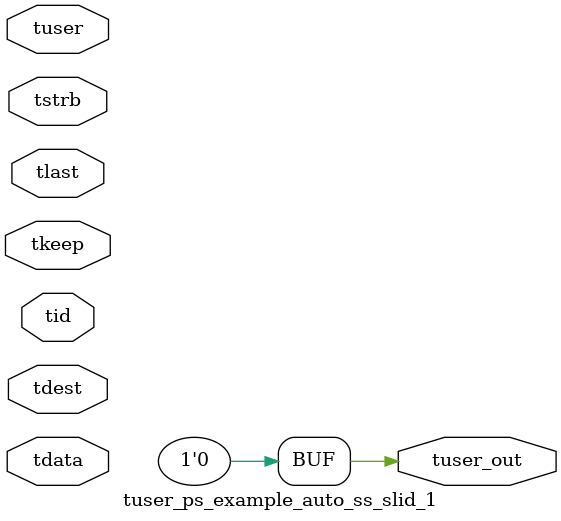
<source format=v>


`timescale 1ps/1ps

module tuser_ps_example_auto_ss_slid_1 #
(
parameter C_S_AXIS_TUSER_WIDTH = 1,
parameter C_S_AXIS_TDATA_WIDTH = 32,
parameter C_S_AXIS_TID_WIDTH   = 0,
parameter C_S_AXIS_TDEST_WIDTH = 0,
parameter C_M_AXIS_TUSER_WIDTH = 1
)
(
input  [(C_S_AXIS_TUSER_WIDTH == 0 ? 1 : C_S_AXIS_TUSER_WIDTH)-1:0     ] tuser,
input  [(C_S_AXIS_TDATA_WIDTH == 0 ? 1 : C_S_AXIS_TDATA_WIDTH)-1:0     ] tdata,
input  [(C_S_AXIS_TID_WIDTH   == 0 ? 1 : C_S_AXIS_TID_WIDTH)-1:0       ] tid,
input  [(C_S_AXIS_TDEST_WIDTH == 0 ? 1 : C_S_AXIS_TDEST_WIDTH)-1:0     ] tdest,
input  [(C_S_AXIS_TDATA_WIDTH/8)-1:0 ] tkeep,
input  [(C_S_AXIS_TDATA_WIDTH/8)-1:0 ] tstrb,
input                                                                    tlast,
output [C_M_AXIS_TUSER_WIDTH-1:0] tuser_out
);

assign tuser_out = {1'b0};

endmodule


</source>
